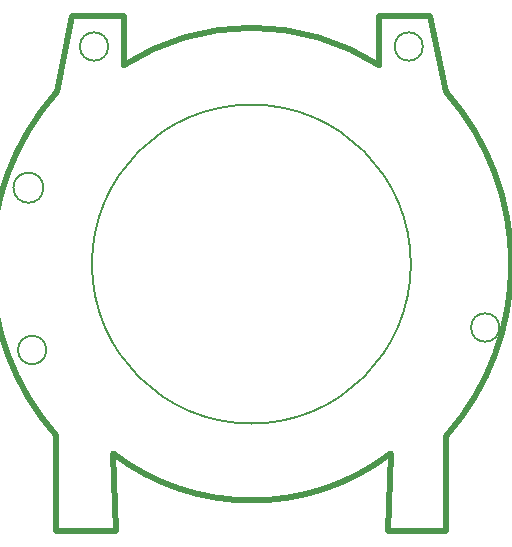
<source format=gbr>
%TF.GenerationSoftware,KiCad,Pcbnew,6.0.7-1.fc35*%
%TF.CreationDate,2022-12-05T16:38:58+01:00*%
%TF.ProjectId,Ring,52696e67-2e6b-4696-9361-645f70636258,rev?*%
%TF.SameCoordinates,Original*%
%TF.FileFunction,Profile,NP*%
%FSLAX46Y46*%
G04 Gerber Fmt 4.6, Leading zero omitted, Abs format (unit mm)*
G04 Created by KiCad (PCBNEW 6.0.7-1.fc35) date 2022-12-05 16:38:58*
%MOMM*%
%LPD*%
G01*
G04 APERTURE LIST*
%TA.AperFunction,Profile*%
%ADD10C,0.500000*%
%TD*%
%TA.AperFunction,Profile*%
%ADD11C,0.200000*%
%TD*%
G04 APERTURE END LIST*
D10*
X167643265Y-109646292D02*
G75*
G03*
X167643267Y-80553709I-16503265J14546292D01*
G01*
X139439981Y-111140025D02*
G75*
G03*
X151180000Y-115110000I11700119J15255825D01*
G01*
X162920000Y-111140000D02*
X162700000Y-117700000D01*
X161961066Y-78268344D02*
G75*
G03*
X151140000Y-75090000I-10821066J-16831656D01*
G01*
D11*
X164640000Y-95100000D02*
G75*
G03*
X164640000Y-95100000I-13500000J0D01*
G01*
D10*
X166290000Y-74090000D02*
X167643267Y-80553709D01*
D11*
X133780000Y-102370000D02*
G75*
G03*
X133780000Y-102370000I-1200000J0D01*
G01*
D10*
X167643266Y-109646293D02*
X167600000Y-117700000D01*
X140320000Y-74090000D02*
X140320000Y-78270000D01*
X140320000Y-74090000D02*
X135990000Y-74090000D01*
D11*
X172130000Y-100470000D02*
G75*
G03*
X172130000Y-100470000I-1200000J0D01*
G01*
D10*
X161960000Y-74090000D02*
X161960000Y-78270000D01*
X139660000Y-117700000D02*
X134600000Y-117700000D01*
X151180000Y-115109969D02*
G75*
G03*
X162920000Y-111140000I39900J19225769D01*
G01*
X139660000Y-117700000D02*
X139440000Y-111140000D01*
X162700000Y-117700000D02*
X167600000Y-117700000D01*
X151140000Y-75090000D02*
G75*
G03*
X140318935Y-78268344I0J-20010000D01*
G01*
X134636734Y-109646293D02*
X134600000Y-117700000D01*
X135990000Y-74090000D02*
X134640001Y-80550001D01*
D11*
X139020000Y-76680000D02*
G75*
G03*
X139020000Y-76680000I-1200000J0D01*
G01*
D10*
X134640001Y-80550001D02*
G75*
G03*
X134636734Y-109646293I16499999J-14549999D01*
G01*
D11*
X165660000Y-76680000D02*
G75*
G03*
X165660000Y-76680000I-1200000J0D01*
G01*
X133529998Y-88631545D02*
G75*
G03*
X133529998Y-88631545I-1270000J0D01*
G01*
D10*
X161960000Y-74090000D02*
X166290000Y-74090000D01*
M02*

</source>
